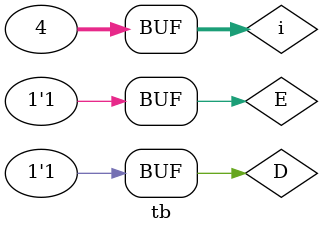
<source format=v>

module gated_d_latch (output q, qb,
                      input d, e);
  
  wire db, d1, d2;
  not (db,d);
  
  nand (d1, d, e);
  nand (d2, db, e);
  nand (q, d1, qb);
  nand (qb, d2, q);
  
endmodule

//testbench
module tb;
  wire Q,QB;
  reg D,E;
  integer i;
  
  gated_d_latch i1 (.q(Q), .d(D), .qb(QB), .e(E));
  
  
  initial
    begin
      D <= 1'b0;
      E <= 1'b0;
      
            
      $monitor("time=%t, e=%b, d=%b, q=%b, qb=%b", $time, E,D,Q,QB);
      
      for(i=0; i<4; i=i+1)
        begin
          {E,D} = i;
          #10;
        end
    end
endmodule

</source>
